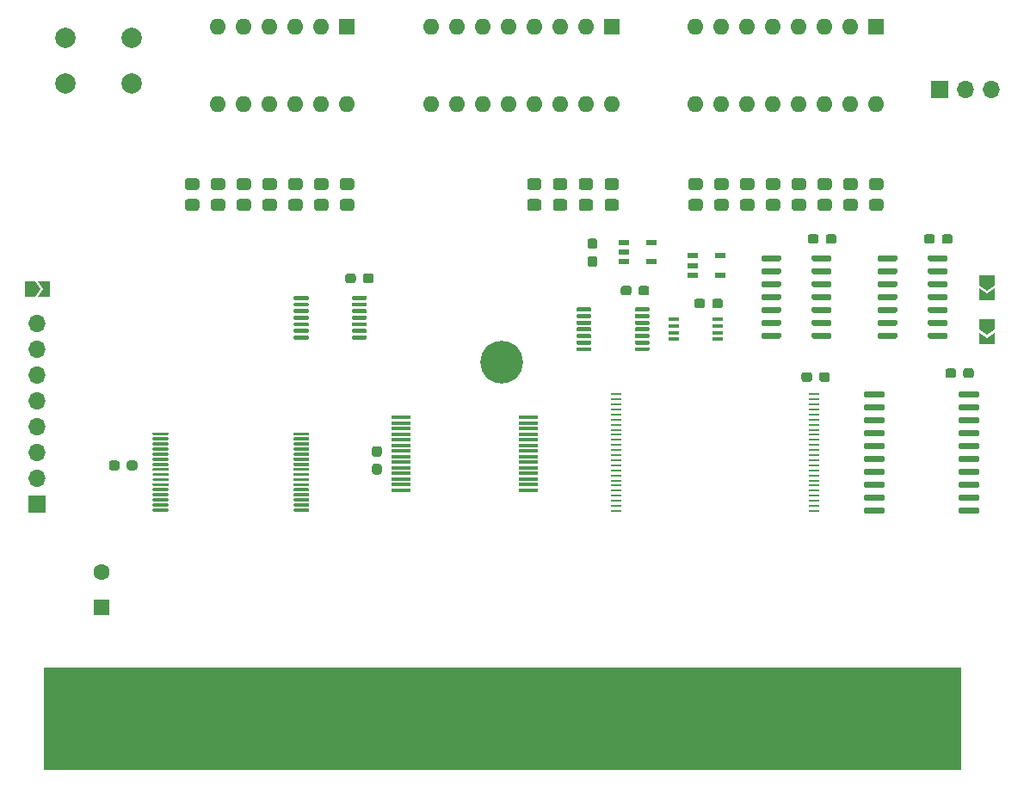
<source format=gbr>
%TF.GenerationSoftware,KiCad,Pcbnew,(5.1.10)-1*%
%TF.CreationDate,2022-08-27T22:49:55-04:00*%
%TF.ProjectId,VIC20 2587KB Memory Expander,56494332-3020-4323-9538-374b42204d65,1*%
%TF.SameCoordinates,Original*%
%TF.FileFunction,Soldermask,Top*%
%TF.FilePolarity,Negative*%
%FSLAX46Y46*%
G04 Gerber Fmt 4.6, Leading zero omitted, Abs format (unit mm)*
G04 Created by KiCad (PCBNEW (5.1.10)-1) date 2022-08-27 22:49:55*
%MOMM*%
%LPD*%
G01*
G04 APERTURE LIST*
%ADD10C,0.100000*%
%ADD11R,2.250000X9.500000*%
%ADD12C,4.200000*%
%ADD13O,1.600000X1.600000*%
%ADD14R,1.600000X1.600000*%
%ADD15C,1.600000*%
%ADD16R,1.100000X0.250000*%
%ADD17R,1.700000X1.700000*%
%ADD18O,1.700000X1.700000*%
%ADD19R,1.000000X0.500000*%
%ADD20R,1.100000X0.400000*%
%ADD21R,1.870000X0.380000*%
%ADD22C,2.000000*%
G04 APERTURE END LIST*
D10*
%TO.C,X1*%
G36*
X95235000Y-121285000D02*
G01*
X185435000Y-121285000D01*
X185435000Y-111335000D01*
X95235000Y-111335000D01*
X95235000Y-121285000D01*
G37*
X95235000Y-121285000D02*
X185435000Y-121285000D01*
X185435000Y-111335000D01*
X95235000Y-111335000D01*
X95235000Y-121285000D01*
%TD*%
D11*
%TO.C,X1*%
X173995000Y-116035000D03*
X110635000Y-116035000D03*
X102715000Y-116035000D03*
X150235000Y-116035000D03*
X122515000Y-116035000D03*
X126475000Y-116035000D03*
X130435000Y-116035000D03*
X106675000Y-116035000D03*
X177955000Y-116035000D03*
X166075000Y-116035000D03*
X146275000Y-116035000D03*
X142315000Y-116035000D03*
X158155000Y-116035000D03*
X170035000Y-116035000D03*
X162115000Y-116035000D03*
X138355000Y-116035000D03*
X134395000Y-116035000D03*
X118555000Y-116035000D03*
X154195000Y-116035000D03*
X114595000Y-116035000D03*
D12*
X140335000Y-81285000D03*
%TD*%
D13*
%TO.C,SW2*%
X177165000Y-55880000D03*
X159385000Y-48260000D03*
X174625000Y-55880000D03*
X161925000Y-48260000D03*
X172085000Y-55880000D03*
X164465000Y-48260000D03*
X169545000Y-55880000D03*
X167005000Y-48260000D03*
X167005000Y-55880000D03*
X169545000Y-48260000D03*
X164465000Y-55880000D03*
X172085000Y-48260000D03*
X161925000Y-55880000D03*
X174625000Y-48260000D03*
X159385000Y-55880000D03*
D14*
X177165000Y-48260000D03*
%TD*%
%TO.C,C1*%
X100965000Y-105410000D03*
D15*
X100965000Y-101910000D03*
%TD*%
%TO.C,C2*%
G36*
G01*
X102710500Y-91202500D02*
X102710500Y-91677500D01*
G75*
G02*
X102473000Y-91915000I-237500J0D01*
G01*
X101898000Y-91915000D01*
G75*
G02*
X101660500Y-91677500I0J237500D01*
G01*
X101660500Y-91202500D01*
G75*
G02*
X101898000Y-90965000I237500J0D01*
G01*
X102473000Y-90965000D01*
G75*
G02*
X102710500Y-91202500I0J-237500D01*
G01*
G37*
G36*
G01*
X104460500Y-91202500D02*
X104460500Y-91677500D01*
G75*
G02*
X104223000Y-91915000I-237500J0D01*
G01*
X103648000Y-91915000D01*
G75*
G02*
X103410500Y-91677500I0J237500D01*
G01*
X103410500Y-91202500D01*
G75*
G02*
X103648000Y-90965000I237500J0D01*
G01*
X104223000Y-90965000D01*
G75*
G02*
X104460500Y-91202500I0J-237500D01*
G01*
G37*
%TD*%
%TO.C,C3*%
G36*
G01*
X128253500Y-92332000D02*
X127778500Y-92332000D01*
G75*
G02*
X127541000Y-92094500I0J237500D01*
G01*
X127541000Y-91519500D01*
G75*
G02*
X127778500Y-91282000I237500J0D01*
G01*
X128253500Y-91282000D01*
G75*
G02*
X128491000Y-91519500I0J-237500D01*
G01*
X128491000Y-92094500D01*
G75*
G02*
X128253500Y-92332000I-237500J0D01*
G01*
G37*
G36*
G01*
X128253500Y-90582000D02*
X127778500Y-90582000D01*
G75*
G02*
X127541000Y-90344500I0J237500D01*
G01*
X127541000Y-89769500D01*
G75*
G02*
X127778500Y-89532000I237500J0D01*
G01*
X128253500Y-89532000D01*
G75*
G02*
X128491000Y-89769500I0J-237500D01*
G01*
X128491000Y-90344500D01*
G75*
G02*
X128253500Y-90582000I-237500J0D01*
G01*
G37*
%TD*%
%TO.C,C4*%
G36*
G01*
X169796000Y-82978000D02*
X169796000Y-82503000D01*
G75*
G02*
X170033500Y-82265500I237500J0D01*
G01*
X170608500Y-82265500D01*
G75*
G02*
X170846000Y-82503000I0J-237500D01*
G01*
X170846000Y-82978000D01*
G75*
G02*
X170608500Y-83215500I-237500J0D01*
G01*
X170033500Y-83215500D01*
G75*
G02*
X169796000Y-82978000I0J237500D01*
G01*
G37*
G36*
G01*
X171546000Y-82978000D02*
X171546000Y-82503000D01*
G75*
G02*
X171783500Y-82265500I237500J0D01*
G01*
X172358500Y-82265500D01*
G75*
G02*
X172596000Y-82503000I0J-237500D01*
G01*
X172596000Y-82978000D01*
G75*
G02*
X172358500Y-83215500I-237500J0D01*
G01*
X171783500Y-83215500D01*
G75*
G02*
X171546000Y-82978000I0J237500D01*
G01*
G37*
%TD*%
%TO.C,C5*%
G36*
G01*
X153766000Y-74469000D02*
X153766000Y-73994000D01*
G75*
G02*
X154003500Y-73756500I237500J0D01*
G01*
X154578500Y-73756500D01*
G75*
G02*
X154816000Y-73994000I0J-237500D01*
G01*
X154816000Y-74469000D01*
G75*
G02*
X154578500Y-74706500I-237500J0D01*
G01*
X154003500Y-74706500D01*
G75*
G02*
X153766000Y-74469000I0J237500D01*
G01*
G37*
G36*
G01*
X152016000Y-74469000D02*
X152016000Y-73994000D01*
G75*
G02*
X152253500Y-73756500I237500J0D01*
G01*
X152828500Y-73756500D01*
G75*
G02*
X153066000Y-73994000I0J-237500D01*
G01*
X153066000Y-74469000D01*
G75*
G02*
X152828500Y-74706500I-237500J0D01*
G01*
X152253500Y-74706500D01*
G75*
G02*
X152016000Y-74469000I0J237500D01*
G01*
G37*
%TD*%
%TO.C,C6*%
G36*
G01*
X171481000Y-68914000D02*
X171481000Y-69389000D01*
G75*
G02*
X171243500Y-69626500I-237500J0D01*
G01*
X170668500Y-69626500D01*
G75*
G02*
X170431000Y-69389000I0J237500D01*
G01*
X170431000Y-68914000D01*
G75*
G02*
X170668500Y-68676500I237500J0D01*
G01*
X171243500Y-68676500D01*
G75*
G02*
X171481000Y-68914000I0J-237500D01*
G01*
G37*
G36*
G01*
X173231000Y-68914000D02*
X173231000Y-69389000D01*
G75*
G02*
X172993500Y-69626500I-237500J0D01*
G01*
X172418500Y-69626500D01*
G75*
G02*
X172181000Y-69389000I0J237500D01*
G01*
X172181000Y-68914000D01*
G75*
G02*
X172418500Y-68676500I237500J0D01*
G01*
X172993500Y-68676500D01*
G75*
G02*
X173231000Y-68914000I0J-237500D01*
G01*
G37*
%TD*%
%TO.C,C7*%
G36*
G01*
X181861000Y-69389000D02*
X181861000Y-68914000D01*
G75*
G02*
X182098500Y-68676500I237500J0D01*
G01*
X182673500Y-68676500D01*
G75*
G02*
X182911000Y-68914000I0J-237500D01*
G01*
X182911000Y-69389000D01*
G75*
G02*
X182673500Y-69626500I-237500J0D01*
G01*
X182098500Y-69626500D01*
G75*
G02*
X181861000Y-69389000I0J237500D01*
G01*
G37*
G36*
G01*
X183611000Y-69389000D02*
X183611000Y-68914000D01*
G75*
G02*
X183848500Y-68676500I237500J0D01*
G01*
X184423500Y-68676500D01*
G75*
G02*
X184661000Y-68914000I0J-237500D01*
G01*
X184661000Y-69389000D01*
G75*
G02*
X184423500Y-69626500I-237500J0D01*
G01*
X183848500Y-69626500D01*
G75*
G02*
X183611000Y-69389000I0J237500D01*
G01*
G37*
%TD*%
%TO.C,C8*%
G36*
G01*
X127701500Y-72787500D02*
X127701500Y-73262500D01*
G75*
G02*
X127464000Y-73500000I-237500J0D01*
G01*
X126889000Y-73500000D01*
G75*
G02*
X126651500Y-73262500I0J237500D01*
G01*
X126651500Y-72787500D01*
G75*
G02*
X126889000Y-72550000I237500J0D01*
G01*
X127464000Y-72550000D01*
G75*
G02*
X127701500Y-72787500I0J-237500D01*
G01*
G37*
G36*
G01*
X125951500Y-72787500D02*
X125951500Y-73262500D01*
G75*
G02*
X125714000Y-73500000I-237500J0D01*
G01*
X125139000Y-73500000D01*
G75*
G02*
X124901500Y-73262500I0J237500D01*
G01*
X124901500Y-72787500D01*
G75*
G02*
X125139000Y-72550000I237500J0D01*
G01*
X125714000Y-72550000D01*
G75*
G02*
X125951500Y-72787500I0J-237500D01*
G01*
G37*
%TD*%
%TO.C,C9*%
G36*
G01*
X149462500Y-70135000D02*
X148987500Y-70135000D01*
G75*
G02*
X148750000Y-69897500I0J237500D01*
G01*
X148750000Y-69322500D01*
G75*
G02*
X148987500Y-69085000I237500J0D01*
G01*
X149462500Y-69085000D01*
G75*
G02*
X149700000Y-69322500I0J-237500D01*
G01*
X149700000Y-69897500D01*
G75*
G02*
X149462500Y-70135000I-237500J0D01*
G01*
G37*
G36*
G01*
X149462500Y-71885000D02*
X148987500Y-71885000D01*
G75*
G02*
X148750000Y-71647500I0J237500D01*
G01*
X148750000Y-71072500D01*
G75*
G02*
X148987500Y-70835000I237500J0D01*
G01*
X149462500Y-70835000D01*
G75*
G02*
X149700000Y-71072500I0J-237500D01*
G01*
X149700000Y-71647500D01*
G75*
G02*
X149462500Y-71885000I-237500J0D01*
G01*
G37*
%TD*%
%TO.C,C10*%
G36*
G01*
X160305000Y-75264000D02*
X160305000Y-75739000D01*
G75*
G02*
X160067500Y-75976500I-237500J0D01*
G01*
X159492500Y-75976500D01*
G75*
G02*
X159255000Y-75739000I0J237500D01*
G01*
X159255000Y-75264000D01*
G75*
G02*
X159492500Y-75026500I237500J0D01*
G01*
X160067500Y-75026500D01*
G75*
G02*
X160305000Y-75264000I0J-237500D01*
G01*
G37*
G36*
G01*
X162055000Y-75264000D02*
X162055000Y-75739000D01*
G75*
G02*
X161817500Y-75976500I-237500J0D01*
G01*
X161242500Y-75976500D01*
G75*
G02*
X161005000Y-75739000I0J237500D01*
G01*
X161005000Y-75264000D01*
G75*
G02*
X161242500Y-75026500I237500J0D01*
G01*
X161817500Y-75026500D01*
G75*
G02*
X162055000Y-75264000I0J-237500D01*
G01*
G37*
%TD*%
%TO.C,C11*%
G36*
G01*
X183956500Y-82597000D02*
X183956500Y-82122000D01*
G75*
G02*
X184194000Y-81884500I237500J0D01*
G01*
X184769000Y-81884500D01*
G75*
G02*
X185006500Y-82122000I0J-237500D01*
G01*
X185006500Y-82597000D01*
G75*
G02*
X184769000Y-82834500I-237500J0D01*
G01*
X184194000Y-82834500D01*
G75*
G02*
X183956500Y-82597000I0J237500D01*
G01*
G37*
G36*
G01*
X185706500Y-82597000D02*
X185706500Y-82122000D01*
G75*
G02*
X185944000Y-81884500I237500J0D01*
G01*
X186519000Y-81884500D01*
G75*
G02*
X186756500Y-82122000I0J-237500D01*
G01*
X186756500Y-82597000D01*
G75*
G02*
X186519000Y-82834500I-237500J0D01*
G01*
X185944000Y-82834500D01*
G75*
G02*
X185706500Y-82597000I0J237500D01*
G01*
G37*
%TD*%
%TO.C,IC1*%
G36*
G01*
X105965000Y-88400000D02*
X105965000Y-88250000D01*
G75*
G02*
X106040000Y-88175000I75000J0D01*
G01*
X107440000Y-88175000D01*
G75*
G02*
X107515000Y-88250000I0J-75000D01*
G01*
X107515000Y-88400000D01*
G75*
G02*
X107440000Y-88475000I-75000J0D01*
G01*
X106040000Y-88475000D01*
G75*
G02*
X105965000Y-88400000I0J75000D01*
G01*
G37*
G36*
G01*
X105965000Y-88900000D02*
X105965000Y-88750000D01*
G75*
G02*
X106040000Y-88675000I75000J0D01*
G01*
X107440000Y-88675000D01*
G75*
G02*
X107515000Y-88750000I0J-75000D01*
G01*
X107515000Y-88900000D01*
G75*
G02*
X107440000Y-88975000I-75000J0D01*
G01*
X106040000Y-88975000D01*
G75*
G02*
X105965000Y-88900000I0J75000D01*
G01*
G37*
G36*
G01*
X105965000Y-89400000D02*
X105965000Y-89250000D01*
G75*
G02*
X106040000Y-89175000I75000J0D01*
G01*
X107440000Y-89175000D01*
G75*
G02*
X107515000Y-89250000I0J-75000D01*
G01*
X107515000Y-89400000D01*
G75*
G02*
X107440000Y-89475000I-75000J0D01*
G01*
X106040000Y-89475000D01*
G75*
G02*
X105965000Y-89400000I0J75000D01*
G01*
G37*
G36*
G01*
X105965000Y-89900000D02*
X105965000Y-89750000D01*
G75*
G02*
X106040000Y-89675000I75000J0D01*
G01*
X107440000Y-89675000D01*
G75*
G02*
X107515000Y-89750000I0J-75000D01*
G01*
X107515000Y-89900000D01*
G75*
G02*
X107440000Y-89975000I-75000J0D01*
G01*
X106040000Y-89975000D01*
G75*
G02*
X105965000Y-89900000I0J75000D01*
G01*
G37*
G36*
G01*
X105965000Y-90400000D02*
X105965000Y-90250000D01*
G75*
G02*
X106040000Y-90175000I75000J0D01*
G01*
X107440000Y-90175000D01*
G75*
G02*
X107515000Y-90250000I0J-75000D01*
G01*
X107515000Y-90400000D01*
G75*
G02*
X107440000Y-90475000I-75000J0D01*
G01*
X106040000Y-90475000D01*
G75*
G02*
X105965000Y-90400000I0J75000D01*
G01*
G37*
G36*
G01*
X105965000Y-90900000D02*
X105965000Y-90750000D01*
G75*
G02*
X106040000Y-90675000I75000J0D01*
G01*
X107440000Y-90675000D01*
G75*
G02*
X107515000Y-90750000I0J-75000D01*
G01*
X107515000Y-90900000D01*
G75*
G02*
X107440000Y-90975000I-75000J0D01*
G01*
X106040000Y-90975000D01*
G75*
G02*
X105965000Y-90900000I0J75000D01*
G01*
G37*
G36*
G01*
X105965000Y-91400000D02*
X105965000Y-91250000D01*
G75*
G02*
X106040000Y-91175000I75000J0D01*
G01*
X107440000Y-91175000D01*
G75*
G02*
X107515000Y-91250000I0J-75000D01*
G01*
X107515000Y-91400000D01*
G75*
G02*
X107440000Y-91475000I-75000J0D01*
G01*
X106040000Y-91475000D01*
G75*
G02*
X105965000Y-91400000I0J75000D01*
G01*
G37*
G36*
G01*
X105965000Y-91900000D02*
X105965000Y-91750000D01*
G75*
G02*
X106040000Y-91675000I75000J0D01*
G01*
X107440000Y-91675000D01*
G75*
G02*
X107515000Y-91750000I0J-75000D01*
G01*
X107515000Y-91900000D01*
G75*
G02*
X107440000Y-91975000I-75000J0D01*
G01*
X106040000Y-91975000D01*
G75*
G02*
X105965000Y-91900000I0J75000D01*
G01*
G37*
G36*
G01*
X105965000Y-92400000D02*
X105965000Y-92250000D01*
G75*
G02*
X106040000Y-92175000I75000J0D01*
G01*
X107440000Y-92175000D01*
G75*
G02*
X107515000Y-92250000I0J-75000D01*
G01*
X107515000Y-92400000D01*
G75*
G02*
X107440000Y-92475000I-75000J0D01*
G01*
X106040000Y-92475000D01*
G75*
G02*
X105965000Y-92400000I0J75000D01*
G01*
G37*
G36*
G01*
X105965000Y-92900000D02*
X105965000Y-92750000D01*
G75*
G02*
X106040000Y-92675000I75000J0D01*
G01*
X107440000Y-92675000D01*
G75*
G02*
X107515000Y-92750000I0J-75000D01*
G01*
X107515000Y-92900000D01*
G75*
G02*
X107440000Y-92975000I-75000J0D01*
G01*
X106040000Y-92975000D01*
G75*
G02*
X105965000Y-92900000I0J75000D01*
G01*
G37*
G36*
G01*
X105965000Y-93400000D02*
X105965000Y-93250000D01*
G75*
G02*
X106040000Y-93175000I75000J0D01*
G01*
X107440000Y-93175000D01*
G75*
G02*
X107515000Y-93250000I0J-75000D01*
G01*
X107515000Y-93400000D01*
G75*
G02*
X107440000Y-93475000I-75000J0D01*
G01*
X106040000Y-93475000D01*
G75*
G02*
X105965000Y-93400000I0J75000D01*
G01*
G37*
G36*
G01*
X105965000Y-93900000D02*
X105965000Y-93750000D01*
G75*
G02*
X106040000Y-93675000I75000J0D01*
G01*
X107440000Y-93675000D01*
G75*
G02*
X107515000Y-93750000I0J-75000D01*
G01*
X107515000Y-93900000D01*
G75*
G02*
X107440000Y-93975000I-75000J0D01*
G01*
X106040000Y-93975000D01*
G75*
G02*
X105965000Y-93900000I0J75000D01*
G01*
G37*
G36*
G01*
X105965000Y-94400000D02*
X105965000Y-94250000D01*
G75*
G02*
X106040000Y-94175000I75000J0D01*
G01*
X107440000Y-94175000D01*
G75*
G02*
X107515000Y-94250000I0J-75000D01*
G01*
X107515000Y-94400000D01*
G75*
G02*
X107440000Y-94475000I-75000J0D01*
G01*
X106040000Y-94475000D01*
G75*
G02*
X105965000Y-94400000I0J75000D01*
G01*
G37*
G36*
G01*
X105965000Y-94900000D02*
X105965000Y-94750000D01*
G75*
G02*
X106040000Y-94675000I75000J0D01*
G01*
X107440000Y-94675000D01*
G75*
G02*
X107515000Y-94750000I0J-75000D01*
G01*
X107515000Y-94900000D01*
G75*
G02*
X107440000Y-94975000I-75000J0D01*
G01*
X106040000Y-94975000D01*
G75*
G02*
X105965000Y-94900000I0J75000D01*
G01*
G37*
G36*
G01*
X105965000Y-95400000D02*
X105965000Y-95250000D01*
G75*
G02*
X106040000Y-95175000I75000J0D01*
G01*
X107440000Y-95175000D01*
G75*
G02*
X107515000Y-95250000I0J-75000D01*
G01*
X107515000Y-95400000D01*
G75*
G02*
X107440000Y-95475000I-75000J0D01*
G01*
X106040000Y-95475000D01*
G75*
G02*
X105965000Y-95400000I0J75000D01*
G01*
G37*
G36*
G01*
X105965000Y-95900000D02*
X105965000Y-95750000D01*
G75*
G02*
X106040000Y-95675000I75000J0D01*
G01*
X107440000Y-95675000D01*
G75*
G02*
X107515000Y-95750000I0J-75000D01*
G01*
X107515000Y-95900000D01*
G75*
G02*
X107440000Y-95975000I-75000J0D01*
G01*
X106040000Y-95975000D01*
G75*
G02*
X105965000Y-95900000I0J75000D01*
G01*
G37*
G36*
G01*
X119815000Y-95900000D02*
X119815000Y-95750000D01*
G75*
G02*
X119890000Y-95675000I75000J0D01*
G01*
X121290000Y-95675000D01*
G75*
G02*
X121365000Y-95750000I0J-75000D01*
G01*
X121365000Y-95900000D01*
G75*
G02*
X121290000Y-95975000I-75000J0D01*
G01*
X119890000Y-95975000D01*
G75*
G02*
X119815000Y-95900000I0J75000D01*
G01*
G37*
G36*
G01*
X119815000Y-95400000D02*
X119815000Y-95250000D01*
G75*
G02*
X119890000Y-95175000I75000J0D01*
G01*
X121290000Y-95175000D01*
G75*
G02*
X121365000Y-95250000I0J-75000D01*
G01*
X121365000Y-95400000D01*
G75*
G02*
X121290000Y-95475000I-75000J0D01*
G01*
X119890000Y-95475000D01*
G75*
G02*
X119815000Y-95400000I0J75000D01*
G01*
G37*
G36*
G01*
X119815000Y-94900000D02*
X119815000Y-94750000D01*
G75*
G02*
X119890000Y-94675000I75000J0D01*
G01*
X121290000Y-94675000D01*
G75*
G02*
X121365000Y-94750000I0J-75000D01*
G01*
X121365000Y-94900000D01*
G75*
G02*
X121290000Y-94975000I-75000J0D01*
G01*
X119890000Y-94975000D01*
G75*
G02*
X119815000Y-94900000I0J75000D01*
G01*
G37*
G36*
G01*
X119815000Y-94400000D02*
X119815000Y-94250000D01*
G75*
G02*
X119890000Y-94175000I75000J0D01*
G01*
X121290000Y-94175000D01*
G75*
G02*
X121365000Y-94250000I0J-75000D01*
G01*
X121365000Y-94400000D01*
G75*
G02*
X121290000Y-94475000I-75000J0D01*
G01*
X119890000Y-94475000D01*
G75*
G02*
X119815000Y-94400000I0J75000D01*
G01*
G37*
G36*
G01*
X119815000Y-93900000D02*
X119815000Y-93750000D01*
G75*
G02*
X119890000Y-93675000I75000J0D01*
G01*
X121290000Y-93675000D01*
G75*
G02*
X121365000Y-93750000I0J-75000D01*
G01*
X121365000Y-93900000D01*
G75*
G02*
X121290000Y-93975000I-75000J0D01*
G01*
X119890000Y-93975000D01*
G75*
G02*
X119815000Y-93900000I0J75000D01*
G01*
G37*
G36*
G01*
X119815000Y-93400000D02*
X119815000Y-93250000D01*
G75*
G02*
X119890000Y-93175000I75000J0D01*
G01*
X121290000Y-93175000D01*
G75*
G02*
X121365000Y-93250000I0J-75000D01*
G01*
X121365000Y-93400000D01*
G75*
G02*
X121290000Y-93475000I-75000J0D01*
G01*
X119890000Y-93475000D01*
G75*
G02*
X119815000Y-93400000I0J75000D01*
G01*
G37*
G36*
G01*
X119815000Y-92900000D02*
X119815000Y-92750000D01*
G75*
G02*
X119890000Y-92675000I75000J0D01*
G01*
X121290000Y-92675000D01*
G75*
G02*
X121365000Y-92750000I0J-75000D01*
G01*
X121365000Y-92900000D01*
G75*
G02*
X121290000Y-92975000I-75000J0D01*
G01*
X119890000Y-92975000D01*
G75*
G02*
X119815000Y-92900000I0J75000D01*
G01*
G37*
G36*
G01*
X119815000Y-92400000D02*
X119815000Y-92250000D01*
G75*
G02*
X119890000Y-92175000I75000J0D01*
G01*
X121290000Y-92175000D01*
G75*
G02*
X121365000Y-92250000I0J-75000D01*
G01*
X121365000Y-92400000D01*
G75*
G02*
X121290000Y-92475000I-75000J0D01*
G01*
X119890000Y-92475000D01*
G75*
G02*
X119815000Y-92400000I0J75000D01*
G01*
G37*
G36*
G01*
X119815000Y-91900000D02*
X119815000Y-91750000D01*
G75*
G02*
X119890000Y-91675000I75000J0D01*
G01*
X121290000Y-91675000D01*
G75*
G02*
X121365000Y-91750000I0J-75000D01*
G01*
X121365000Y-91900000D01*
G75*
G02*
X121290000Y-91975000I-75000J0D01*
G01*
X119890000Y-91975000D01*
G75*
G02*
X119815000Y-91900000I0J75000D01*
G01*
G37*
G36*
G01*
X119815000Y-91400000D02*
X119815000Y-91250000D01*
G75*
G02*
X119890000Y-91175000I75000J0D01*
G01*
X121290000Y-91175000D01*
G75*
G02*
X121365000Y-91250000I0J-75000D01*
G01*
X121365000Y-91400000D01*
G75*
G02*
X121290000Y-91475000I-75000J0D01*
G01*
X119890000Y-91475000D01*
G75*
G02*
X119815000Y-91400000I0J75000D01*
G01*
G37*
G36*
G01*
X119815000Y-90900000D02*
X119815000Y-90750000D01*
G75*
G02*
X119890000Y-90675000I75000J0D01*
G01*
X121290000Y-90675000D01*
G75*
G02*
X121365000Y-90750000I0J-75000D01*
G01*
X121365000Y-90900000D01*
G75*
G02*
X121290000Y-90975000I-75000J0D01*
G01*
X119890000Y-90975000D01*
G75*
G02*
X119815000Y-90900000I0J75000D01*
G01*
G37*
G36*
G01*
X119815000Y-90400000D02*
X119815000Y-90250000D01*
G75*
G02*
X119890000Y-90175000I75000J0D01*
G01*
X121290000Y-90175000D01*
G75*
G02*
X121365000Y-90250000I0J-75000D01*
G01*
X121365000Y-90400000D01*
G75*
G02*
X121290000Y-90475000I-75000J0D01*
G01*
X119890000Y-90475000D01*
G75*
G02*
X119815000Y-90400000I0J75000D01*
G01*
G37*
G36*
G01*
X119815000Y-89900000D02*
X119815000Y-89750000D01*
G75*
G02*
X119890000Y-89675000I75000J0D01*
G01*
X121290000Y-89675000D01*
G75*
G02*
X121365000Y-89750000I0J-75000D01*
G01*
X121365000Y-89900000D01*
G75*
G02*
X121290000Y-89975000I-75000J0D01*
G01*
X119890000Y-89975000D01*
G75*
G02*
X119815000Y-89900000I0J75000D01*
G01*
G37*
G36*
G01*
X119815000Y-89400000D02*
X119815000Y-89250000D01*
G75*
G02*
X119890000Y-89175000I75000J0D01*
G01*
X121290000Y-89175000D01*
G75*
G02*
X121365000Y-89250000I0J-75000D01*
G01*
X121365000Y-89400000D01*
G75*
G02*
X121290000Y-89475000I-75000J0D01*
G01*
X119890000Y-89475000D01*
G75*
G02*
X119815000Y-89400000I0J75000D01*
G01*
G37*
G36*
G01*
X119815000Y-88900000D02*
X119815000Y-88750000D01*
G75*
G02*
X119890000Y-88675000I75000J0D01*
G01*
X121290000Y-88675000D01*
G75*
G02*
X121365000Y-88750000I0J-75000D01*
G01*
X121365000Y-88900000D01*
G75*
G02*
X121290000Y-88975000I-75000J0D01*
G01*
X119890000Y-88975000D01*
G75*
G02*
X119815000Y-88900000I0J75000D01*
G01*
G37*
G36*
G01*
X119815000Y-88400000D02*
X119815000Y-88250000D01*
G75*
G02*
X119890000Y-88175000I75000J0D01*
G01*
X121290000Y-88175000D01*
G75*
G02*
X121365000Y-88250000I0J-75000D01*
G01*
X121365000Y-88400000D01*
G75*
G02*
X121290000Y-88475000I-75000J0D01*
G01*
X119890000Y-88475000D01*
G75*
G02*
X119815000Y-88400000I0J75000D01*
G01*
G37*
%TD*%
D16*
%TO.C,IC3*%
X151540000Y-84420000D03*
X171040000Y-95920000D03*
X151540000Y-84920000D03*
X151540000Y-85420000D03*
X151540000Y-85920000D03*
X151540000Y-86420000D03*
X151540000Y-86920000D03*
X151540000Y-87420000D03*
X151540000Y-87920000D03*
X151540000Y-88420000D03*
X151540000Y-88920000D03*
X151540000Y-89420000D03*
X151540000Y-89920000D03*
X151540000Y-90420000D03*
X151540000Y-90920000D03*
X151540000Y-91420000D03*
X151540000Y-91920000D03*
X151540000Y-92420000D03*
X151540000Y-92920000D03*
X151540000Y-93420000D03*
X151540000Y-93920000D03*
X151540000Y-94420000D03*
X151540000Y-94920000D03*
X151540000Y-95420000D03*
X151540000Y-95920000D03*
X171040000Y-95420000D03*
X171040000Y-94920000D03*
X171040000Y-94420000D03*
X171040000Y-93920000D03*
X171040000Y-93420000D03*
X171040000Y-92920000D03*
X171040000Y-92420000D03*
X171040000Y-91920000D03*
X171040000Y-91420000D03*
X171040000Y-90920000D03*
X171040000Y-90420000D03*
X171040000Y-89920000D03*
X171040000Y-89420000D03*
X171040000Y-88920000D03*
X171040000Y-88420000D03*
X171040000Y-87920000D03*
X171040000Y-87420000D03*
X171040000Y-86920000D03*
X171040000Y-86420000D03*
X171040000Y-85920000D03*
X171040000Y-85420000D03*
X171040000Y-84920000D03*
X171040000Y-84420000D03*
%TD*%
D17*
%TO.C,J1*%
X94615000Y-95250000D03*
D18*
X94615000Y-92710000D03*
X94615000Y-90170000D03*
X94615000Y-87630000D03*
X94615000Y-85090000D03*
X94615000Y-82550000D03*
X94615000Y-80010000D03*
X94615000Y-77470000D03*
%TD*%
D17*
%TO.C,JP1*%
X183388000Y-54419500D03*
D18*
X185928000Y-54419500D03*
X188468000Y-54419500D03*
%TD*%
%TO.C,R1*%
G36*
G01*
X176714999Y-63170000D02*
X177615001Y-63170000D01*
G75*
G02*
X177865000Y-63419999I0J-249999D01*
G01*
X177865000Y-64070001D01*
G75*
G02*
X177615001Y-64320000I-249999J0D01*
G01*
X176714999Y-64320000D01*
G75*
G02*
X176465000Y-64070001I0J249999D01*
G01*
X176465000Y-63419999D01*
G75*
G02*
X176714999Y-63170000I249999J0D01*
G01*
G37*
G36*
G01*
X176714999Y-65220000D02*
X177615001Y-65220000D01*
G75*
G02*
X177865000Y-65469999I0J-249999D01*
G01*
X177865000Y-66120001D01*
G75*
G02*
X177615001Y-66370000I-249999J0D01*
G01*
X176714999Y-66370000D01*
G75*
G02*
X176465000Y-66120001I0J249999D01*
G01*
X176465000Y-65469999D01*
G75*
G02*
X176714999Y-65220000I249999J0D01*
G01*
G37*
%TD*%
%TO.C,R2*%
G36*
G01*
X174174999Y-65220000D02*
X175075001Y-65220000D01*
G75*
G02*
X175325000Y-65469999I0J-249999D01*
G01*
X175325000Y-66120001D01*
G75*
G02*
X175075001Y-66370000I-249999J0D01*
G01*
X174174999Y-66370000D01*
G75*
G02*
X173925000Y-66120001I0J249999D01*
G01*
X173925000Y-65469999D01*
G75*
G02*
X174174999Y-65220000I249999J0D01*
G01*
G37*
G36*
G01*
X174174999Y-63170000D02*
X175075001Y-63170000D01*
G75*
G02*
X175325000Y-63419999I0J-249999D01*
G01*
X175325000Y-64070001D01*
G75*
G02*
X175075001Y-64320000I-249999J0D01*
G01*
X174174999Y-64320000D01*
G75*
G02*
X173925000Y-64070001I0J249999D01*
G01*
X173925000Y-63419999D01*
G75*
G02*
X174174999Y-63170000I249999J0D01*
G01*
G37*
%TD*%
%TO.C,R3*%
G36*
G01*
X171634999Y-63170000D02*
X172535001Y-63170000D01*
G75*
G02*
X172785000Y-63419999I0J-249999D01*
G01*
X172785000Y-64070001D01*
G75*
G02*
X172535001Y-64320000I-249999J0D01*
G01*
X171634999Y-64320000D01*
G75*
G02*
X171385000Y-64070001I0J249999D01*
G01*
X171385000Y-63419999D01*
G75*
G02*
X171634999Y-63170000I249999J0D01*
G01*
G37*
G36*
G01*
X171634999Y-65220000D02*
X172535001Y-65220000D01*
G75*
G02*
X172785000Y-65469999I0J-249999D01*
G01*
X172785000Y-66120001D01*
G75*
G02*
X172535001Y-66370000I-249999J0D01*
G01*
X171634999Y-66370000D01*
G75*
G02*
X171385000Y-66120001I0J249999D01*
G01*
X171385000Y-65469999D01*
G75*
G02*
X171634999Y-65220000I249999J0D01*
G01*
G37*
%TD*%
%TO.C,R4*%
G36*
G01*
X169094999Y-65220000D02*
X169995001Y-65220000D01*
G75*
G02*
X170245000Y-65469999I0J-249999D01*
G01*
X170245000Y-66120001D01*
G75*
G02*
X169995001Y-66370000I-249999J0D01*
G01*
X169094999Y-66370000D01*
G75*
G02*
X168845000Y-66120001I0J249999D01*
G01*
X168845000Y-65469999D01*
G75*
G02*
X169094999Y-65220000I249999J0D01*
G01*
G37*
G36*
G01*
X169094999Y-63170000D02*
X169995001Y-63170000D01*
G75*
G02*
X170245000Y-63419999I0J-249999D01*
G01*
X170245000Y-64070001D01*
G75*
G02*
X169995001Y-64320000I-249999J0D01*
G01*
X169094999Y-64320000D01*
G75*
G02*
X168845000Y-64070001I0J249999D01*
G01*
X168845000Y-63419999D01*
G75*
G02*
X169094999Y-63170000I249999J0D01*
G01*
G37*
%TD*%
%TO.C,R5*%
G36*
G01*
X124644999Y-63170000D02*
X125545001Y-63170000D01*
G75*
G02*
X125795000Y-63419999I0J-249999D01*
G01*
X125795000Y-64070001D01*
G75*
G02*
X125545001Y-64320000I-249999J0D01*
G01*
X124644999Y-64320000D01*
G75*
G02*
X124395000Y-64070001I0J249999D01*
G01*
X124395000Y-63419999D01*
G75*
G02*
X124644999Y-63170000I249999J0D01*
G01*
G37*
G36*
G01*
X124644999Y-65220000D02*
X125545001Y-65220000D01*
G75*
G02*
X125795000Y-65469999I0J-249999D01*
G01*
X125795000Y-66120001D01*
G75*
G02*
X125545001Y-66370000I-249999J0D01*
G01*
X124644999Y-66370000D01*
G75*
G02*
X124395000Y-66120001I0J249999D01*
G01*
X124395000Y-65469999D01*
G75*
G02*
X124644999Y-65220000I249999J0D01*
G01*
G37*
%TD*%
%TO.C,R6*%
G36*
G01*
X122104999Y-65220000D02*
X123005001Y-65220000D01*
G75*
G02*
X123255000Y-65469999I0J-249999D01*
G01*
X123255000Y-66120001D01*
G75*
G02*
X123005001Y-66370000I-249999J0D01*
G01*
X122104999Y-66370000D01*
G75*
G02*
X121855000Y-66120001I0J249999D01*
G01*
X121855000Y-65469999D01*
G75*
G02*
X122104999Y-65220000I249999J0D01*
G01*
G37*
G36*
G01*
X122104999Y-63170000D02*
X123005001Y-63170000D01*
G75*
G02*
X123255000Y-63419999I0J-249999D01*
G01*
X123255000Y-64070001D01*
G75*
G02*
X123005001Y-64320000I-249999J0D01*
G01*
X122104999Y-64320000D01*
G75*
G02*
X121855000Y-64070001I0J249999D01*
G01*
X121855000Y-63419999D01*
G75*
G02*
X122104999Y-63170000I249999J0D01*
G01*
G37*
%TD*%
%TO.C,R7*%
G36*
G01*
X119564999Y-63170000D02*
X120465001Y-63170000D01*
G75*
G02*
X120715000Y-63419999I0J-249999D01*
G01*
X120715000Y-64070001D01*
G75*
G02*
X120465001Y-64320000I-249999J0D01*
G01*
X119564999Y-64320000D01*
G75*
G02*
X119315000Y-64070001I0J249999D01*
G01*
X119315000Y-63419999D01*
G75*
G02*
X119564999Y-63170000I249999J0D01*
G01*
G37*
G36*
G01*
X119564999Y-65220000D02*
X120465001Y-65220000D01*
G75*
G02*
X120715000Y-65469999I0J-249999D01*
G01*
X120715000Y-66120001D01*
G75*
G02*
X120465001Y-66370000I-249999J0D01*
G01*
X119564999Y-66370000D01*
G75*
G02*
X119315000Y-66120001I0J249999D01*
G01*
X119315000Y-65469999D01*
G75*
G02*
X119564999Y-65220000I249999J0D01*
G01*
G37*
%TD*%
%TO.C,R8*%
G36*
G01*
X117024999Y-63170000D02*
X117925001Y-63170000D01*
G75*
G02*
X118175000Y-63419999I0J-249999D01*
G01*
X118175000Y-64070001D01*
G75*
G02*
X117925001Y-64320000I-249999J0D01*
G01*
X117024999Y-64320000D01*
G75*
G02*
X116775000Y-64070001I0J249999D01*
G01*
X116775000Y-63419999D01*
G75*
G02*
X117024999Y-63170000I249999J0D01*
G01*
G37*
G36*
G01*
X117024999Y-65220000D02*
X117925001Y-65220000D01*
G75*
G02*
X118175000Y-65469999I0J-249999D01*
G01*
X118175000Y-66120001D01*
G75*
G02*
X117925001Y-66370000I-249999J0D01*
G01*
X117024999Y-66370000D01*
G75*
G02*
X116775000Y-66120001I0J249999D01*
G01*
X116775000Y-65469999D01*
G75*
G02*
X117024999Y-65220000I249999J0D01*
G01*
G37*
%TD*%
%TO.C,R9*%
G36*
G01*
X114484999Y-65220000D02*
X115385001Y-65220000D01*
G75*
G02*
X115635000Y-65469999I0J-249999D01*
G01*
X115635000Y-66120001D01*
G75*
G02*
X115385001Y-66370000I-249999J0D01*
G01*
X114484999Y-66370000D01*
G75*
G02*
X114235000Y-66120001I0J249999D01*
G01*
X114235000Y-65469999D01*
G75*
G02*
X114484999Y-65220000I249999J0D01*
G01*
G37*
G36*
G01*
X114484999Y-63170000D02*
X115385001Y-63170000D01*
G75*
G02*
X115635000Y-63419999I0J-249999D01*
G01*
X115635000Y-64070001D01*
G75*
G02*
X115385001Y-64320000I-249999J0D01*
G01*
X114484999Y-64320000D01*
G75*
G02*
X114235000Y-64070001I0J249999D01*
G01*
X114235000Y-63419999D01*
G75*
G02*
X114484999Y-63170000I249999J0D01*
G01*
G37*
%TD*%
%TO.C,R10*%
G36*
G01*
X111944999Y-63170000D02*
X112845001Y-63170000D01*
G75*
G02*
X113095000Y-63419999I0J-249999D01*
G01*
X113095000Y-64070001D01*
G75*
G02*
X112845001Y-64320000I-249999J0D01*
G01*
X111944999Y-64320000D01*
G75*
G02*
X111695000Y-64070001I0J249999D01*
G01*
X111695000Y-63419999D01*
G75*
G02*
X111944999Y-63170000I249999J0D01*
G01*
G37*
G36*
G01*
X111944999Y-65220000D02*
X112845001Y-65220000D01*
G75*
G02*
X113095000Y-65469999I0J-249999D01*
G01*
X113095000Y-66120001D01*
G75*
G02*
X112845001Y-66370000I-249999J0D01*
G01*
X111944999Y-66370000D01*
G75*
G02*
X111695000Y-66120001I0J249999D01*
G01*
X111695000Y-65469999D01*
G75*
G02*
X111944999Y-65220000I249999J0D01*
G01*
G37*
%TD*%
%TO.C,R11*%
G36*
G01*
X109404999Y-65220000D02*
X110305001Y-65220000D01*
G75*
G02*
X110555000Y-65469999I0J-249999D01*
G01*
X110555000Y-66120001D01*
G75*
G02*
X110305001Y-66370000I-249999J0D01*
G01*
X109404999Y-66370000D01*
G75*
G02*
X109155000Y-66120001I0J249999D01*
G01*
X109155000Y-65469999D01*
G75*
G02*
X109404999Y-65220000I249999J0D01*
G01*
G37*
G36*
G01*
X109404999Y-63170000D02*
X110305001Y-63170000D01*
G75*
G02*
X110555000Y-63419999I0J-249999D01*
G01*
X110555000Y-64070001D01*
G75*
G02*
X110305001Y-64320000I-249999J0D01*
G01*
X109404999Y-64320000D01*
G75*
G02*
X109155000Y-64070001I0J249999D01*
G01*
X109155000Y-63419999D01*
G75*
G02*
X109404999Y-63170000I249999J0D01*
G01*
G37*
%TD*%
%TO.C,R12*%
G36*
G01*
X145599999Y-65220000D02*
X146500001Y-65220000D01*
G75*
G02*
X146750000Y-65469999I0J-249999D01*
G01*
X146750000Y-66120001D01*
G75*
G02*
X146500001Y-66370000I-249999J0D01*
G01*
X145599999Y-66370000D01*
G75*
G02*
X145350000Y-66120001I0J249999D01*
G01*
X145350000Y-65469999D01*
G75*
G02*
X145599999Y-65220000I249999J0D01*
G01*
G37*
G36*
G01*
X145599999Y-63170000D02*
X146500001Y-63170000D01*
G75*
G02*
X146750000Y-63419999I0J-249999D01*
G01*
X146750000Y-64070001D01*
G75*
G02*
X146500001Y-64320000I-249999J0D01*
G01*
X145599999Y-64320000D01*
G75*
G02*
X145350000Y-64070001I0J249999D01*
G01*
X145350000Y-63419999D01*
G75*
G02*
X145599999Y-63170000I249999J0D01*
G01*
G37*
%TD*%
%TO.C,R13*%
G36*
G01*
X150679999Y-65220000D02*
X151580001Y-65220000D01*
G75*
G02*
X151830000Y-65469999I0J-249999D01*
G01*
X151830000Y-66120001D01*
G75*
G02*
X151580001Y-66370000I-249999J0D01*
G01*
X150679999Y-66370000D01*
G75*
G02*
X150430000Y-66120001I0J249999D01*
G01*
X150430000Y-65469999D01*
G75*
G02*
X150679999Y-65220000I249999J0D01*
G01*
G37*
G36*
G01*
X150679999Y-63170000D02*
X151580001Y-63170000D01*
G75*
G02*
X151830000Y-63419999I0J-249999D01*
G01*
X151830000Y-64070001D01*
G75*
G02*
X151580001Y-64320000I-249999J0D01*
G01*
X150679999Y-64320000D01*
G75*
G02*
X150430000Y-64070001I0J249999D01*
G01*
X150430000Y-63419999D01*
G75*
G02*
X150679999Y-63170000I249999J0D01*
G01*
G37*
%TD*%
%TO.C,R14*%
G36*
G01*
X148139999Y-63170000D02*
X149040001Y-63170000D01*
G75*
G02*
X149290000Y-63419999I0J-249999D01*
G01*
X149290000Y-64070001D01*
G75*
G02*
X149040001Y-64320000I-249999J0D01*
G01*
X148139999Y-64320000D01*
G75*
G02*
X147890000Y-64070001I0J249999D01*
G01*
X147890000Y-63419999D01*
G75*
G02*
X148139999Y-63170000I249999J0D01*
G01*
G37*
G36*
G01*
X148139999Y-65220000D02*
X149040001Y-65220000D01*
G75*
G02*
X149290000Y-65469999I0J-249999D01*
G01*
X149290000Y-66120001D01*
G75*
G02*
X149040001Y-66370000I-249999J0D01*
G01*
X148139999Y-66370000D01*
G75*
G02*
X147890000Y-66120001I0J249999D01*
G01*
X147890000Y-65469999D01*
G75*
G02*
X148139999Y-65220000I249999J0D01*
G01*
G37*
%TD*%
%TO.C,R15*%
G36*
G01*
X143059999Y-63170000D02*
X143960001Y-63170000D01*
G75*
G02*
X144210000Y-63419999I0J-249999D01*
G01*
X144210000Y-64070001D01*
G75*
G02*
X143960001Y-64320000I-249999J0D01*
G01*
X143059999Y-64320000D01*
G75*
G02*
X142810000Y-64070001I0J249999D01*
G01*
X142810000Y-63419999D01*
G75*
G02*
X143059999Y-63170000I249999J0D01*
G01*
G37*
G36*
G01*
X143059999Y-65220000D02*
X143960001Y-65220000D01*
G75*
G02*
X144210000Y-65469999I0J-249999D01*
G01*
X144210000Y-66120001D01*
G75*
G02*
X143960001Y-66370000I-249999J0D01*
G01*
X143059999Y-66370000D01*
G75*
G02*
X142810000Y-66120001I0J249999D01*
G01*
X142810000Y-65469999D01*
G75*
G02*
X143059999Y-65220000I249999J0D01*
G01*
G37*
%TD*%
%TO.C,R16*%
G36*
G01*
X161474999Y-65220000D02*
X162375001Y-65220000D01*
G75*
G02*
X162625000Y-65469999I0J-249999D01*
G01*
X162625000Y-66120001D01*
G75*
G02*
X162375001Y-66370000I-249999J0D01*
G01*
X161474999Y-66370000D01*
G75*
G02*
X161225000Y-66120001I0J249999D01*
G01*
X161225000Y-65469999D01*
G75*
G02*
X161474999Y-65220000I249999J0D01*
G01*
G37*
G36*
G01*
X161474999Y-63170000D02*
X162375001Y-63170000D01*
G75*
G02*
X162625000Y-63419999I0J-249999D01*
G01*
X162625000Y-64070001D01*
G75*
G02*
X162375001Y-64320000I-249999J0D01*
G01*
X161474999Y-64320000D01*
G75*
G02*
X161225000Y-64070001I0J249999D01*
G01*
X161225000Y-63419999D01*
G75*
G02*
X161474999Y-63170000I249999J0D01*
G01*
G37*
%TD*%
%TO.C,R17*%
G36*
G01*
X158934999Y-63170000D02*
X159835001Y-63170000D01*
G75*
G02*
X160085000Y-63419999I0J-249999D01*
G01*
X160085000Y-64070001D01*
G75*
G02*
X159835001Y-64320000I-249999J0D01*
G01*
X158934999Y-64320000D01*
G75*
G02*
X158685000Y-64070001I0J249999D01*
G01*
X158685000Y-63419999D01*
G75*
G02*
X158934999Y-63170000I249999J0D01*
G01*
G37*
G36*
G01*
X158934999Y-65220000D02*
X159835001Y-65220000D01*
G75*
G02*
X160085000Y-65469999I0J-249999D01*
G01*
X160085000Y-66120001D01*
G75*
G02*
X159835001Y-66370000I-249999J0D01*
G01*
X158934999Y-66370000D01*
G75*
G02*
X158685000Y-66120001I0J249999D01*
G01*
X158685000Y-65469999D01*
G75*
G02*
X158934999Y-65220000I249999J0D01*
G01*
G37*
%TD*%
%TO.C,R18*%
G36*
G01*
X166554999Y-65220000D02*
X167455001Y-65220000D01*
G75*
G02*
X167705000Y-65469999I0J-249999D01*
G01*
X167705000Y-66120001D01*
G75*
G02*
X167455001Y-66370000I-249999J0D01*
G01*
X166554999Y-66370000D01*
G75*
G02*
X166305000Y-66120001I0J249999D01*
G01*
X166305000Y-65469999D01*
G75*
G02*
X166554999Y-65220000I249999J0D01*
G01*
G37*
G36*
G01*
X166554999Y-63170000D02*
X167455001Y-63170000D01*
G75*
G02*
X167705000Y-63419999I0J-249999D01*
G01*
X167705000Y-64070001D01*
G75*
G02*
X167455001Y-64320000I-249999J0D01*
G01*
X166554999Y-64320000D01*
G75*
G02*
X166305000Y-64070001I0J249999D01*
G01*
X166305000Y-63419999D01*
G75*
G02*
X166554999Y-63170000I249999J0D01*
G01*
G37*
%TD*%
%TO.C,R19*%
G36*
G01*
X164014999Y-63170000D02*
X164915001Y-63170000D01*
G75*
G02*
X165165000Y-63419999I0J-249999D01*
G01*
X165165000Y-64070001D01*
G75*
G02*
X164915001Y-64320000I-249999J0D01*
G01*
X164014999Y-64320000D01*
G75*
G02*
X163765000Y-64070001I0J249999D01*
G01*
X163765000Y-63419999D01*
G75*
G02*
X164014999Y-63170000I249999J0D01*
G01*
G37*
G36*
G01*
X164014999Y-65220000D02*
X164915001Y-65220000D01*
G75*
G02*
X165165000Y-65469999I0J-249999D01*
G01*
X165165000Y-66120001D01*
G75*
G02*
X164915001Y-66370000I-249999J0D01*
G01*
X164014999Y-66370000D01*
G75*
G02*
X163765000Y-66120001I0J249999D01*
G01*
X163765000Y-65469999D01*
G75*
G02*
X164014999Y-65220000I249999J0D01*
G01*
G37*
%TD*%
D10*
%TO.C,SJ1*%
G36*
X95840000Y-74854500D02*
G01*
X94690000Y-74854500D01*
X95190000Y-74104500D01*
X94690000Y-73354500D01*
X95840000Y-73354500D01*
X95840000Y-74854500D01*
G37*
G36*
X94890000Y-74104500D02*
G01*
X94390000Y-74854500D01*
X93390000Y-74854500D01*
X93390000Y-73354500D01*
X94390000Y-73354500D01*
X94890000Y-74104500D01*
G37*
%TD*%
D14*
%TO.C,SW3*%
X151130000Y-48260000D03*
D13*
X133350000Y-55880000D03*
X148590000Y-48260000D03*
X135890000Y-55880000D03*
X146050000Y-48260000D03*
X138430000Y-55880000D03*
X143510000Y-48260000D03*
X140970000Y-55880000D03*
X140970000Y-48260000D03*
X143510000Y-55880000D03*
X138430000Y-48260000D03*
X146050000Y-55880000D03*
X135890000Y-48260000D03*
X148590000Y-55880000D03*
X133350000Y-48260000D03*
X151130000Y-55880000D03*
%TD*%
D14*
%TO.C,SW4*%
X125095000Y-48260000D03*
D13*
X112395000Y-55880000D03*
X122555000Y-48260000D03*
X114935000Y-55880000D03*
X120015000Y-48260000D03*
X117475000Y-55880000D03*
X117475000Y-48260000D03*
X120015000Y-55880000D03*
X114935000Y-48260000D03*
X122555000Y-55880000D03*
X112395000Y-48260000D03*
X125095000Y-55880000D03*
%TD*%
%TO.C,U1*%
G36*
G01*
X147657000Y-76191500D02*
X147657000Y-75991500D01*
G75*
G02*
X147757000Y-75891500I100000J0D01*
G01*
X149032000Y-75891500D01*
G75*
G02*
X149132000Y-75991500I0J-100000D01*
G01*
X149132000Y-76191500D01*
G75*
G02*
X149032000Y-76291500I-100000J0D01*
G01*
X147757000Y-76291500D01*
G75*
G02*
X147657000Y-76191500I0J100000D01*
G01*
G37*
G36*
G01*
X147657000Y-76841500D02*
X147657000Y-76641500D01*
G75*
G02*
X147757000Y-76541500I100000J0D01*
G01*
X149032000Y-76541500D01*
G75*
G02*
X149132000Y-76641500I0J-100000D01*
G01*
X149132000Y-76841500D01*
G75*
G02*
X149032000Y-76941500I-100000J0D01*
G01*
X147757000Y-76941500D01*
G75*
G02*
X147657000Y-76841500I0J100000D01*
G01*
G37*
G36*
G01*
X147657000Y-77491500D02*
X147657000Y-77291500D01*
G75*
G02*
X147757000Y-77191500I100000J0D01*
G01*
X149032000Y-77191500D01*
G75*
G02*
X149132000Y-77291500I0J-100000D01*
G01*
X149132000Y-77491500D01*
G75*
G02*
X149032000Y-77591500I-100000J0D01*
G01*
X147757000Y-77591500D01*
G75*
G02*
X147657000Y-77491500I0J100000D01*
G01*
G37*
G36*
G01*
X147657000Y-78141500D02*
X147657000Y-77941500D01*
G75*
G02*
X147757000Y-77841500I100000J0D01*
G01*
X149032000Y-77841500D01*
G75*
G02*
X149132000Y-77941500I0J-100000D01*
G01*
X149132000Y-78141500D01*
G75*
G02*
X149032000Y-78241500I-100000J0D01*
G01*
X147757000Y-78241500D01*
G75*
G02*
X147657000Y-78141500I0J100000D01*
G01*
G37*
G36*
G01*
X147657000Y-78791500D02*
X147657000Y-78591500D01*
G75*
G02*
X147757000Y-78491500I100000J0D01*
G01*
X149032000Y-78491500D01*
G75*
G02*
X149132000Y-78591500I0J-100000D01*
G01*
X149132000Y-78791500D01*
G75*
G02*
X149032000Y-78891500I-100000J0D01*
G01*
X147757000Y-78891500D01*
G75*
G02*
X147657000Y-78791500I0J100000D01*
G01*
G37*
G36*
G01*
X147657000Y-79441500D02*
X147657000Y-79241500D01*
G75*
G02*
X147757000Y-79141500I100000J0D01*
G01*
X149032000Y-79141500D01*
G75*
G02*
X149132000Y-79241500I0J-100000D01*
G01*
X149132000Y-79441500D01*
G75*
G02*
X149032000Y-79541500I-100000J0D01*
G01*
X147757000Y-79541500D01*
G75*
G02*
X147657000Y-79441500I0J100000D01*
G01*
G37*
G36*
G01*
X147657000Y-80091500D02*
X147657000Y-79891500D01*
G75*
G02*
X147757000Y-79791500I100000J0D01*
G01*
X149032000Y-79791500D01*
G75*
G02*
X149132000Y-79891500I0J-100000D01*
G01*
X149132000Y-80091500D01*
G75*
G02*
X149032000Y-80191500I-100000J0D01*
G01*
X147757000Y-80191500D01*
G75*
G02*
X147657000Y-80091500I0J100000D01*
G01*
G37*
G36*
G01*
X153382000Y-80091500D02*
X153382000Y-79891500D01*
G75*
G02*
X153482000Y-79791500I100000J0D01*
G01*
X154757000Y-79791500D01*
G75*
G02*
X154857000Y-79891500I0J-100000D01*
G01*
X154857000Y-80091500D01*
G75*
G02*
X154757000Y-80191500I-100000J0D01*
G01*
X153482000Y-80191500D01*
G75*
G02*
X153382000Y-80091500I0J100000D01*
G01*
G37*
G36*
G01*
X153382000Y-79441500D02*
X153382000Y-79241500D01*
G75*
G02*
X153482000Y-79141500I100000J0D01*
G01*
X154757000Y-79141500D01*
G75*
G02*
X154857000Y-79241500I0J-100000D01*
G01*
X154857000Y-79441500D01*
G75*
G02*
X154757000Y-79541500I-100000J0D01*
G01*
X153482000Y-79541500D01*
G75*
G02*
X153382000Y-79441500I0J100000D01*
G01*
G37*
G36*
G01*
X153382000Y-78791500D02*
X153382000Y-78591500D01*
G75*
G02*
X153482000Y-78491500I100000J0D01*
G01*
X154757000Y-78491500D01*
G75*
G02*
X154857000Y-78591500I0J-100000D01*
G01*
X154857000Y-78791500D01*
G75*
G02*
X154757000Y-78891500I-100000J0D01*
G01*
X153482000Y-78891500D01*
G75*
G02*
X153382000Y-78791500I0J100000D01*
G01*
G37*
G36*
G01*
X153382000Y-78141500D02*
X153382000Y-77941500D01*
G75*
G02*
X153482000Y-77841500I100000J0D01*
G01*
X154757000Y-77841500D01*
G75*
G02*
X154857000Y-77941500I0J-100000D01*
G01*
X154857000Y-78141500D01*
G75*
G02*
X154757000Y-78241500I-100000J0D01*
G01*
X153482000Y-78241500D01*
G75*
G02*
X153382000Y-78141500I0J100000D01*
G01*
G37*
G36*
G01*
X153382000Y-77491500D02*
X153382000Y-77291500D01*
G75*
G02*
X153482000Y-77191500I100000J0D01*
G01*
X154757000Y-77191500D01*
G75*
G02*
X154857000Y-77291500I0J-100000D01*
G01*
X154857000Y-77491500D01*
G75*
G02*
X154757000Y-77591500I-100000J0D01*
G01*
X153482000Y-77591500D01*
G75*
G02*
X153382000Y-77491500I0J100000D01*
G01*
G37*
G36*
G01*
X153382000Y-76841500D02*
X153382000Y-76641500D01*
G75*
G02*
X153482000Y-76541500I100000J0D01*
G01*
X154757000Y-76541500D01*
G75*
G02*
X154857000Y-76641500I0J-100000D01*
G01*
X154857000Y-76841500D01*
G75*
G02*
X154757000Y-76941500I-100000J0D01*
G01*
X153482000Y-76941500D01*
G75*
G02*
X153382000Y-76841500I0J100000D01*
G01*
G37*
G36*
G01*
X153382000Y-76191500D02*
X153382000Y-75991500D01*
G75*
G02*
X153482000Y-75891500I100000J0D01*
G01*
X154757000Y-75891500D01*
G75*
G02*
X154857000Y-75991500I0J-100000D01*
G01*
X154857000Y-76191500D01*
G75*
G02*
X154757000Y-76291500I-100000J0D01*
G01*
X153482000Y-76291500D01*
G75*
G02*
X153382000Y-76191500I0J100000D01*
G01*
G37*
%TD*%
%TO.C,U2*%
G36*
G01*
X177271000Y-71206500D02*
X177271000Y-70906500D01*
G75*
G02*
X177421000Y-70756500I150000J0D01*
G01*
X179071000Y-70756500D01*
G75*
G02*
X179221000Y-70906500I0J-150000D01*
G01*
X179221000Y-71206500D01*
G75*
G02*
X179071000Y-71356500I-150000J0D01*
G01*
X177421000Y-71356500D01*
G75*
G02*
X177271000Y-71206500I0J150000D01*
G01*
G37*
G36*
G01*
X177271000Y-72476500D02*
X177271000Y-72176500D01*
G75*
G02*
X177421000Y-72026500I150000J0D01*
G01*
X179071000Y-72026500D01*
G75*
G02*
X179221000Y-72176500I0J-150000D01*
G01*
X179221000Y-72476500D01*
G75*
G02*
X179071000Y-72626500I-150000J0D01*
G01*
X177421000Y-72626500D01*
G75*
G02*
X177271000Y-72476500I0J150000D01*
G01*
G37*
G36*
G01*
X177271000Y-73746500D02*
X177271000Y-73446500D01*
G75*
G02*
X177421000Y-73296500I150000J0D01*
G01*
X179071000Y-73296500D01*
G75*
G02*
X179221000Y-73446500I0J-150000D01*
G01*
X179221000Y-73746500D01*
G75*
G02*
X179071000Y-73896500I-150000J0D01*
G01*
X177421000Y-73896500D01*
G75*
G02*
X177271000Y-73746500I0J150000D01*
G01*
G37*
G36*
G01*
X177271000Y-75016500D02*
X177271000Y-74716500D01*
G75*
G02*
X177421000Y-74566500I150000J0D01*
G01*
X179071000Y-74566500D01*
G75*
G02*
X179221000Y-74716500I0J-150000D01*
G01*
X179221000Y-75016500D01*
G75*
G02*
X179071000Y-75166500I-150000J0D01*
G01*
X177421000Y-75166500D01*
G75*
G02*
X177271000Y-75016500I0J150000D01*
G01*
G37*
G36*
G01*
X177271000Y-76286500D02*
X177271000Y-75986500D01*
G75*
G02*
X177421000Y-75836500I150000J0D01*
G01*
X179071000Y-75836500D01*
G75*
G02*
X179221000Y-75986500I0J-150000D01*
G01*
X179221000Y-76286500D01*
G75*
G02*
X179071000Y-76436500I-150000J0D01*
G01*
X177421000Y-76436500D01*
G75*
G02*
X177271000Y-76286500I0J150000D01*
G01*
G37*
G36*
G01*
X177271000Y-77556500D02*
X177271000Y-77256500D01*
G75*
G02*
X177421000Y-77106500I150000J0D01*
G01*
X179071000Y-77106500D01*
G75*
G02*
X179221000Y-77256500I0J-150000D01*
G01*
X179221000Y-77556500D01*
G75*
G02*
X179071000Y-77706500I-150000J0D01*
G01*
X177421000Y-77706500D01*
G75*
G02*
X177271000Y-77556500I0J150000D01*
G01*
G37*
G36*
G01*
X177271000Y-78826500D02*
X177271000Y-78526500D01*
G75*
G02*
X177421000Y-78376500I150000J0D01*
G01*
X179071000Y-78376500D01*
G75*
G02*
X179221000Y-78526500I0J-150000D01*
G01*
X179221000Y-78826500D01*
G75*
G02*
X179071000Y-78976500I-150000J0D01*
G01*
X177421000Y-78976500D01*
G75*
G02*
X177271000Y-78826500I0J150000D01*
G01*
G37*
G36*
G01*
X182221000Y-78826500D02*
X182221000Y-78526500D01*
G75*
G02*
X182371000Y-78376500I150000J0D01*
G01*
X184021000Y-78376500D01*
G75*
G02*
X184171000Y-78526500I0J-150000D01*
G01*
X184171000Y-78826500D01*
G75*
G02*
X184021000Y-78976500I-150000J0D01*
G01*
X182371000Y-78976500D01*
G75*
G02*
X182221000Y-78826500I0J150000D01*
G01*
G37*
G36*
G01*
X182221000Y-77556500D02*
X182221000Y-77256500D01*
G75*
G02*
X182371000Y-77106500I150000J0D01*
G01*
X184021000Y-77106500D01*
G75*
G02*
X184171000Y-77256500I0J-150000D01*
G01*
X184171000Y-77556500D01*
G75*
G02*
X184021000Y-77706500I-150000J0D01*
G01*
X182371000Y-77706500D01*
G75*
G02*
X182221000Y-77556500I0J150000D01*
G01*
G37*
G36*
G01*
X182221000Y-76286500D02*
X182221000Y-75986500D01*
G75*
G02*
X182371000Y-75836500I150000J0D01*
G01*
X184021000Y-75836500D01*
G75*
G02*
X184171000Y-75986500I0J-150000D01*
G01*
X184171000Y-76286500D01*
G75*
G02*
X184021000Y-76436500I-150000J0D01*
G01*
X182371000Y-76436500D01*
G75*
G02*
X182221000Y-76286500I0J150000D01*
G01*
G37*
G36*
G01*
X182221000Y-75016500D02*
X182221000Y-74716500D01*
G75*
G02*
X182371000Y-74566500I150000J0D01*
G01*
X184021000Y-74566500D01*
G75*
G02*
X184171000Y-74716500I0J-150000D01*
G01*
X184171000Y-75016500D01*
G75*
G02*
X184021000Y-75166500I-150000J0D01*
G01*
X182371000Y-75166500D01*
G75*
G02*
X182221000Y-75016500I0J150000D01*
G01*
G37*
G36*
G01*
X182221000Y-73746500D02*
X182221000Y-73446500D01*
G75*
G02*
X182371000Y-73296500I150000J0D01*
G01*
X184021000Y-73296500D01*
G75*
G02*
X184171000Y-73446500I0J-150000D01*
G01*
X184171000Y-73746500D01*
G75*
G02*
X184021000Y-73896500I-150000J0D01*
G01*
X182371000Y-73896500D01*
G75*
G02*
X182221000Y-73746500I0J150000D01*
G01*
G37*
G36*
G01*
X182221000Y-72476500D02*
X182221000Y-72176500D01*
G75*
G02*
X182371000Y-72026500I150000J0D01*
G01*
X184021000Y-72026500D01*
G75*
G02*
X184171000Y-72176500I0J-150000D01*
G01*
X184171000Y-72476500D01*
G75*
G02*
X184021000Y-72626500I-150000J0D01*
G01*
X182371000Y-72626500D01*
G75*
G02*
X182221000Y-72476500I0J150000D01*
G01*
G37*
G36*
G01*
X182221000Y-71206500D02*
X182221000Y-70906500D01*
G75*
G02*
X182371000Y-70756500I150000J0D01*
G01*
X184021000Y-70756500D01*
G75*
G02*
X184171000Y-70906500I0J-150000D01*
G01*
X184171000Y-71206500D01*
G75*
G02*
X184021000Y-71356500I-150000J0D01*
G01*
X182371000Y-71356500D01*
G75*
G02*
X182221000Y-71206500I0J150000D01*
G01*
G37*
%TD*%
%TO.C,U3*%
G36*
G01*
X170791000Y-71206500D02*
X170791000Y-70906500D01*
G75*
G02*
X170941000Y-70756500I150000J0D01*
G01*
X172591000Y-70756500D01*
G75*
G02*
X172741000Y-70906500I0J-150000D01*
G01*
X172741000Y-71206500D01*
G75*
G02*
X172591000Y-71356500I-150000J0D01*
G01*
X170941000Y-71356500D01*
G75*
G02*
X170791000Y-71206500I0J150000D01*
G01*
G37*
G36*
G01*
X170791000Y-72476500D02*
X170791000Y-72176500D01*
G75*
G02*
X170941000Y-72026500I150000J0D01*
G01*
X172591000Y-72026500D01*
G75*
G02*
X172741000Y-72176500I0J-150000D01*
G01*
X172741000Y-72476500D01*
G75*
G02*
X172591000Y-72626500I-150000J0D01*
G01*
X170941000Y-72626500D01*
G75*
G02*
X170791000Y-72476500I0J150000D01*
G01*
G37*
G36*
G01*
X170791000Y-73746500D02*
X170791000Y-73446500D01*
G75*
G02*
X170941000Y-73296500I150000J0D01*
G01*
X172591000Y-73296500D01*
G75*
G02*
X172741000Y-73446500I0J-150000D01*
G01*
X172741000Y-73746500D01*
G75*
G02*
X172591000Y-73896500I-150000J0D01*
G01*
X170941000Y-73896500D01*
G75*
G02*
X170791000Y-73746500I0J150000D01*
G01*
G37*
G36*
G01*
X170791000Y-75016500D02*
X170791000Y-74716500D01*
G75*
G02*
X170941000Y-74566500I150000J0D01*
G01*
X172591000Y-74566500D01*
G75*
G02*
X172741000Y-74716500I0J-150000D01*
G01*
X172741000Y-75016500D01*
G75*
G02*
X172591000Y-75166500I-150000J0D01*
G01*
X170941000Y-75166500D01*
G75*
G02*
X170791000Y-75016500I0J150000D01*
G01*
G37*
G36*
G01*
X170791000Y-76286500D02*
X170791000Y-75986500D01*
G75*
G02*
X170941000Y-75836500I150000J0D01*
G01*
X172591000Y-75836500D01*
G75*
G02*
X172741000Y-75986500I0J-150000D01*
G01*
X172741000Y-76286500D01*
G75*
G02*
X172591000Y-76436500I-150000J0D01*
G01*
X170941000Y-76436500D01*
G75*
G02*
X170791000Y-76286500I0J150000D01*
G01*
G37*
G36*
G01*
X170791000Y-77556500D02*
X170791000Y-77256500D01*
G75*
G02*
X170941000Y-77106500I150000J0D01*
G01*
X172591000Y-77106500D01*
G75*
G02*
X172741000Y-77256500I0J-150000D01*
G01*
X172741000Y-77556500D01*
G75*
G02*
X172591000Y-77706500I-150000J0D01*
G01*
X170941000Y-77706500D01*
G75*
G02*
X170791000Y-77556500I0J150000D01*
G01*
G37*
G36*
G01*
X170791000Y-78826500D02*
X170791000Y-78526500D01*
G75*
G02*
X170941000Y-78376500I150000J0D01*
G01*
X172591000Y-78376500D01*
G75*
G02*
X172741000Y-78526500I0J-150000D01*
G01*
X172741000Y-78826500D01*
G75*
G02*
X172591000Y-78976500I-150000J0D01*
G01*
X170941000Y-78976500D01*
G75*
G02*
X170791000Y-78826500I0J150000D01*
G01*
G37*
G36*
G01*
X165841000Y-78826500D02*
X165841000Y-78526500D01*
G75*
G02*
X165991000Y-78376500I150000J0D01*
G01*
X167641000Y-78376500D01*
G75*
G02*
X167791000Y-78526500I0J-150000D01*
G01*
X167791000Y-78826500D01*
G75*
G02*
X167641000Y-78976500I-150000J0D01*
G01*
X165991000Y-78976500D01*
G75*
G02*
X165841000Y-78826500I0J150000D01*
G01*
G37*
G36*
G01*
X165841000Y-77556500D02*
X165841000Y-77256500D01*
G75*
G02*
X165991000Y-77106500I150000J0D01*
G01*
X167641000Y-77106500D01*
G75*
G02*
X167791000Y-77256500I0J-150000D01*
G01*
X167791000Y-77556500D01*
G75*
G02*
X167641000Y-77706500I-150000J0D01*
G01*
X165991000Y-77706500D01*
G75*
G02*
X165841000Y-77556500I0J150000D01*
G01*
G37*
G36*
G01*
X165841000Y-76286500D02*
X165841000Y-75986500D01*
G75*
G02*
X165991000Y-75836500I150000J0D01*
G01*
X167641000Y-75836500D01*
G75*
G02*
X167791000Y-75986500I0J-150000D01*
G01*
X167791000Y-76286500D01*
G75*
G02*
X167641000Y-76436500I-150000J0D01*
G01*
X165991000Y-76436500D01*
G75*
G02*
X165841000Y-76286500I0J150000D01*
G01*
G37*
G36*
G01*
X165841000Y-75016500D02*
X165841000Y-74716500D01*
G75*
G02*
X165991000Y-74566500I150000J0D01*
G01*
X167641000Y-74566500D01*
G75*
G02*
X167791000Y-74716500I0J-150000D01*
G01*
X167791000Y-75016500D01*
G75*
G02*
X167641000Y-75166500I-150000J0D01*
G01*
X165991000Y-75166500D01*
G75*
G02*
X165841000Y-75016500I0J150000D01*
G01*
G37*
G36*
G01*
X165841000Y-73746500D02*
X165841000Y-73446500D01*
G75*
G02*
X165991000Y-73296500I150000J0D01*
G01*
X167641000Y-73296500D01*
G75*
G02*
X167791000Y-73446500I0J-150000D01*
G01*
X167791000Y-73746500D01*
G75*
G02*
X167641000Y-73896500I-150000J0D01*
G01*
X165991000Y-73896500D01*
G75*
G02*
X165841000Y-73746500I0J150000D01*
G01*
G37*
G36*
G01*
X165841000Y-72476500D02*
X165841000Y-72176500D01*
G75*
G02*
X165991000Y-72026500I150000J0D01*
G01*
X167641000Y-72026500D01*
G75*
G02*
X167791000Y-72176500I0J-150000D01*
G01*
X167791000Y-72476500D01*
G75*
G02*
X167641000Y-72626500I-150000J0D01*
G01*
X165991000Y-72626500D01*
G75*
G02*
X165841000Y-72476500I0J150000D01*
G01*
G37*
G36*
G01*
X165841000Y-71206500D02*
X165841000Y-70906500D01*
G75*
G02*
X165991000Y-70756500I150000J0D01*
G01*
X167641000Y-70756500D01*
G75*
G02*
X167791000Y-70906500I0J-150000D01*
G01*
X167791000Y-71206500D01*
G75*
G02*
X167641000Y-71356500I-150000J0D01*
G01*
X165991000Y-71356500D01*
G75*
G02*
X165841000Y-71206500I0J150000D01*
G01*
G37*
%TD*%
%TO.C,U4*%
G36*
G01*
X125569000Y-75048500D02*
X125569000Y-74848500D01*
G75*
G02*
X125669000Y-74748500I100000J0D01*
G01*
X126944000Y-74748500D01*
G75*
G02*
X127044000Y-74848500I0J-100000D01*
G01*
X127044000Y-75048500D01*
G75*
G02*
X126944000Y-75148500I-100000J0D01*
G01*
X125669000Y-75148500D01*
G75*
G02*
X125569000Y-75048500I0J100000D01*
G01*
G37*
G36*
G01*
X125569000Y-75698500D02*
X125569000Y-75498500D01*
G75*
G02*
X125669000Y-75398500I100000J0D01*
G01*
X126944000Y-75398500D01*
G75*
G02*
X127044000Y-75498500I0J-100000D01*
G01*
X127044000Y-75698500D01*
G75*
G02*
X126944000Y-75798500I-100000J0D01*
G01*
X125669000Y-75798500D01*
G75*
G02*
X125569000Y-75698500I0J100000D01*
G01*
G37*
G36*
G01*
X125569000Y-76348500D02*
X125569000Y-76148500D01*
G75*
G02*
X125669000Y-76048500I100000J0D01*
G01*
X126944000Y-76048500D01*
G75*
G02*
X127044000Y-76148500I0J-100000D01*
G01*
X127044000Y-76348500D01*
G75*
G02*
X126944000Y-76448500I-100000J0D01*
G01*
X125669000Y-76448500D01*
G75*
G02*
X125569000Y-76348500I0J100000D01*
G01*
G37*
G36*
G01*
X125569000Y-76998500D02*
X125569000Y-76798500D01*
G75*
G02*
X125669000Y-76698500I100000J0D01*
G01*
X126944000Y-76698500D01*
G75*
G02*
X127044000Y-76798500I0J-100000D01*
G01*
X127044000Y-76998500D01*
G75*
G02*
X126944000Y-77098500I-100000J0D01*
G01*
X125669000Y-77098500D01*
G75*
G02*
X125569000Y-76998500I0J100000D01*
G01*
G37*
G36*
G01*
X125569000Y-77648500D02*
X125569000Y-77448500D01*
G75*
G02*
X125669000Y-77348500I100000J0D01*
G01*
X126944000Y-77348500D01*
G75*
G02*
X127044000Y-77448500I0J-100000D01*
G01*
X127044000Y-77648500D01*
G75*
G02*
X126944000Y-77748500I-100000J0D01*
G01*
X125669000Y-77748500D01*
G75*
G02*
X125569000Y-77648500I0J100000D01*
G01*
G37*
G36*
G01*
X125569000Y-78298500D02*
X125569000Y-78098500D01*
G75*
G02*
X125669000Y-77998500I100000J0D01*
G01*
X126944000Y-77998500D01*
G75*
G02*
X127044000Y-78098500I0J-100000D01*
G01*
X127044000Y-78298500D01*
G75*
G02*
X126944000Y-78398500I-100000J0D01*
G01*
X125669000Y-78398500D01*
G75*
G02*
X125569000Y-78298500I0J100000D01*
G01*
G37*
G36*
G01*
X125569000Y-78948500D02*
X125569000Y-78748500D01*
G75*
G02*
X125669000Y-78648500I100000J0D01*
G01*
X126944000Y-78648500D01*
G75*
G02*
X127044000Y-78748500I0J-100000D01*
G01*
X127044000Y-78948500D01*
G75*
G02*
X126944000Y-79048500I-100000J0D01*
G01*
X125669000Y-79048500D01*
G75*
G02*
X125569000Y-78948500I0J100000D01*
G01*
G37*
G36*
G01*
X119844000Y-78948500D02*
X119844000Y-78748500D01*
G75*
G02*
X119944000Y-78648500I100000J0D01*
G01*
X121219000Y-78648500D01*
G75*
G02*
X121319000Y-78748500I0J-100000D01*
G01*
X121319000Y-78948500D01*
G75*
G02*
X121219000Y-79048500I-100000J0D01*
G01*
X119944000Y-79048500D01*
G75*
G02*
X119844000Y-78948500I0J100000D01*
G01*
G37*
G36*
G01*
X119844000Y-78298500D02*
X119844000Y-78098500D01*
G75*
G02*
X119944000Y-77998500I100000J0D01*
G01*
X121219000Y-77998500D01*
G75*
G02*
X121319000Y-78098500I0J-100000D01*
G01*
X121319000Y-78298500D01*
G75*
G02*
X121219000Y-78398500I-100000J0D01*
G01*
X119944000Y-78398500D01*
G75*
G02*
X119844000Y-78298500I0J100000D01*
G01*
G37*
G36*
G01*
X119844000Y-77648500D02*
X119844000Y-77448500D01*
G75*
G02*
X119944000Y-77348500I100000J0D01*
G01*
X121219000Y-77348500D01*
G75*
G02*
X121319000Y-77448500I0J-100000D01*
G01*
X121319000Y-77648500D01*
G75*
G02*
X121219000Y-77748500I-100000J0D01*
G01*
X119944000Y-77748500D01*
G75*
G02*
X119844000Y-77648500I0J100000D01*
G01*
G37*
G36*
G01*
X119844000Y-76998500D02*
X119844000Y-76798500D01*
G75*
G02*
X119944000Y-76698500I100000J0D01*
G01*
X121219000Y-76698500D01*
G75*
G02*
X121319000Y-76798500I0J-100000D01*
G01*
X121319000Y-76998500D01*
G75*
G02*
X121219000Y-77098500I-100000J0D01*
G01*
X119944000Y-77098500D01*
G75*
G02*
X119844000Y-76998500I0J100000D01*
G01*
G37*
G36*
G01*
X119844000Y-76348500D02*
X119844000Y-76148500D01*
G75*
G02*
X119944000Y-76048500I100000J0D01*
G01*
X121219000Y-76048500D01*
G75*
G02*
X121319000Y-76148500I0J-100000D01*
G01*
X121319000Y-76348500D01*
G75*
G02*
X121219000Y-76448500I-100000J0D01*
G01*
X119944000Y-76448500D01*
G75*
G02*
X119844000Y-76348500I0J100000D01*
G01*
G37*
G36*
G01*
X119844000Y-75698500D02*
X119844000Y-75498500D01*
G75*
G02*
X119944000Y-75398500I100000J0D01*
G01*
X121219000Y-75398500D01*
G75*
G02*
X121319000Y-75498500I0J-100000D01*
G01*
X121319000Y-75698500D01*
G75*
G02*
X121219000Y-75798500I-100000J0D01*
G01*
X119944000Y-75798500D01*
G75*
G02*
X119844000Y-75698500I0J100000D01*
G01*
G37*
G36*
G01*
X119844000Y-75048500D02*
X119844000Y-74848500D01*
G75*
G02*
X119944000Y-74748500I100000J0D01*
G01*
X121219000Y-74748500D01*
G75*
G02*
X121319000Y-74848500I0J-100000D01*
G01*
X121319000Y-75048500D01*
G75*
G02*
X121219000Y-75148500I-100000J0D01*
G01*
X119944000Y-75148500D01*
G75*
G02*
X119844000Y-75048500I0J100000D01*
G01*
G37*
%TD*%
D19*
%TO.C,U5*%
X159131000Y-70802500D03*
X159131000Y-72707500D03*
X159131000Y-71755000D03*
X161798000Y-72707500D03*
X161798000Y-70802500D03*
%TD*%
%TO.C,U6*%
X155003500Y-69469000D03*
X155003500Y-71374000D03*
X152336500Y-70421500D03*
X152336500Y-71374000D03*
X152336500Y-69469000D03*
%TD*%
%TO.C,U7*%
G36*
G01*
X175935000Y-84605000D02*
X175935000Y-84305000D01*
G75*
G02*
X176085000Y-84155000I150000J0D01*
G01*
X177835000Y-84155000D01*
G75*
G02*
X177985000Y-84305000I0J-150000D01*
G01*
X177985000Y-84605000D01*
G75*
G02*
X177835000Y-84755000I-150000J0D01*
G01*
X176085000Y-84755000D01*
G75*
G02*
X175935000Y-84605000I0J150000D01*
G01*
G37*
G36*
G01*
X175935000Y-85875000D02*
X175935000Y-85575000D01*
G75*
G02*
X176085000Y-85425000I150000J0D01*
G01*
X177835000Y-85425000D01*
G75*
G02*
X177985000Y-85575000I0J-150000D01*
G01*
X177985000Y-85875000D01*
G75*
G02*
X177835000Y-86025000I-150000J0D01*
G01*
X176085000Y-86025000D01*
G75*
G02*
X175935000Y-85875000I0J150000D01*
G01*
G37*
G36*
G01*
X175935000Y-87145000D02*
X175935000Y-86845000D01*
G75*
G02*
X176085000Y-86695000I150000J0D01*
G01*
X177835000Y-86695000D01*
G75*
G02*
X177985000Y-86845000I0J-150000D01*
G01*
X177985000Y-87145000D01*
G75*
G02*
X177835000Y-87295000I-150000J0D01*
G01*
X176085000Y-87295000D01*
G75*
G02*
X175935000Y-87145000I0J150000D01*
G01*
G37*
G36*
G01*
X175935000Y-88415000D02*
X175935000Y-88115000D01*
G75*
G02*
X176085000Y-87965000I150000J0D01*
G01*
X177835000Y-87965000D01*
G75*
G02*
X177985000Y-88115000I0J-150000D01*
G01*
X177985000Y-88415000D01*
G75*
G02*
X177835000Y-88565000I-150000J0D01*
G01*
X176085000Y-88565000D01*
G75*
G02*
X175935000Y-88415000I0J150000D01*
G01*
G37*
G36*
G01*
X175935000Y-89685000D02*
X175935000Y-89385000D01*
G75*
G02*
X176085000Y-89235000I150000J0D01*
G01*
X177835000Y-89235000D01*
G75*
G02*
X177985000Y-89385000I0J-150000D01*
G01*
X177985000Y-89685000D01*
G75*
G02*
X177835000Y-89835000I-150000J0D01*
G01*
X176085000Y-89835000D01*
G75*
G02*
X175935000Y-89685000I0J150000D01*
G01*
G37*
G36*
G01*
X175935000Y-90955000D02*
X175935000Y-90655000D01*
G75*
G02*
X176085000Y-90505000I150000J0D01*
G01*
X177835000Y-90505000D01*
G75*
G02*
X177985000Y-90655000I0J-150000D01*
G01*
X177985000Y-90955000D01*
G75*
G02*
X177835000Y-91105000I-150000J0D01*
G01*
X176085000Y-91105000D01*
G75*
G02*
X175935000Y-90955000I0J150000D01*
G01*
G37*
G36*
G01*
X175935000Y-92225000D02*
X175935000Y-91925000D01*
G75*
G02*
X176085000Y-91775000I150000J0D01*
G01*
X177835000Y-91775000D01*
G75*
G02*
X177985000Y-91925000I0J-150000D01*
G01*
X177985000Y-92225000D01*
G75*
G02*
X177835000Y-92375000I-150000J0D01*
G01*
X176085000Y-92375000D01*
G75*
G02*
X175935000Y-92225000I0J150000D01*
G01*
G37*
G36*
G01*
X175935000Y-93495000D02*
X175935000Y-93195000D01*
G75*
G02*
X176085000Y-93045000I150000J0D01*
G01*
X177835000Y-93045000D01*
G75*
G02*
X177985000Y-93195000I0J-150000D01*
G01*
X177985000Y-93495000D01*
G75*
G02*
X177835000Y-93645000I-150000J0D01*
G01*
X176085000Y-93645000D01*
G75*
G02*
X175935000Y-93495000I0J150000D01*
G01*
G37*
G36*
G01*
X175935000Y-94765000D02*
X175935000Y-94465000D01*
G75*
G02*
X176085000Y-94315000I150000J0D01*
G01*
X177835000Y-94315000D01*
G75*
G02*
X177985000Y-94465000I0J-150000D01*
G01*
X177985000Y-94765000D01*
G75*
G02*
X177835000Y-94915000I-150000J0D01*
G01*
X176085000Y-94915000D01*
G75*
G02*
X175935000Y-94765000I0J150000D01*
G01*
G37*
G36*
G01*
X175935000Y-96035000D02*
X175935000Y-95735000D01*
G75*
G02*
X176085000Y-95585000I150000J0D01*
G01*
X177835000Y-95585000D01*
G75*
G02*
X177985000Y-95735000I0J-150000D01*
G01*
X177985000Y-96035000D01*
G75*
G02*
X177835000Y-96185000I-150000J0D01*
G01*
X176085000Y-96185000D01*
G75*
G02*
X175935000Y-96035000I0J150000D01*
G01*
G37*
G36*
G01*
X185235000Y-96035000D02*
X185235000Y-95735000D01*
G75*
G02*
X185385000Y-95585000I150000J0D01*
G01*
X187135000Y-95585000D01*
G75*
G02*
X187285000Y-95735000I0J-150000D01*
G01*
X187285000Y-96035000D01*
G75*
G02*
X187135000Y-96185000I-150000J0D01*
G01*
X185385000Y-96185000D01*
G75*
G02*
X185235000Y-96035000I0J150000D01*
G01*
G37*
G36*
G01*
X185235000Y-94765000D02*
X185235000Y-94465000D01*
G75*
G02*
X185385000Y-94315000I150000J0D01*
G01*
X187135000Y-94315000D01*
G75*
G02*
X187285000Y-94465000I0J-150000D01*
G01*
X187285000Y-94765000D01*
G75*
G02*
X187135000Y-94915000I-150000J0D01*
G01*
X185385000Y-94915000D01*
G75*
G02*
X185235000Y-94765000I0J150000D01*
G01*
G37*
G36*
G01*
X185235000Y-93495000D02*
X185235000Y-93195000D01*
G75*
G02*
X185385000Y-93045000I150000J0D01*
G01*
X187135000Y-93045000D01*
G75*
G02*
X187285000Y-93195000I0J-150000D01*
G01*
X187285000Y-93495000D01*
G75*
G02*
X187135000Y-93645000I-150000J0D01*
G01*
X185385000Y-93645000D01*
G75*
G02*
X185235000Y-93495000I0J150000D01*
G01*
G37*
G36*
G01*
X185235000Y-92225000D02*
X185235000Y-91925000D01*
G75*
G02*
X185385000Y-91775000I150000J0D01*
G01*
X187135000Y-91775000D01*
G75*
G02*
X187285000Y-91925000I0J-150000D01*
G01*
X187285000Y-92225000D01*
G75*
G02*
X187135000Y-92375000I-150000J0D01*
G01*
X185385000Y-92375000D01*
G75*
G02*
X185235000Y-92225000I0J150000D01*
G01*
G37*
G36*
G01*
X185235000Y-90955000D02*
X185235000Y-90655000D01*
G75*
G02*
X185385000Y-90505000I150000J0D01*
G01*
X187135000Y-90505000D01*
G75*
G02*
X187285000Y-90655000I0J-150000D01*
G01*
X187285000Y-90955000D01*
G75*
G02*
X187135000Y-91105000I-150000J0D01*
G01*
X185385000Y-91105000D01*
G75*
G02*
X185235000Y-90955000I0J150000D01*
G01*
G37*
G36*
G01*
X185235000Y-89685000D02*
X185235000Y-89385000D01*
G75*
G02*
X185385000Y-89235000I150000J0D01*
G01*
X187135000Y-89235000D01*
G75*
G02*
X187285000Y-89385000I0J-150000D01*
G01*
X187285000Y-89685000D01*
G75*
G02*
X187135000Y-89835000I-150000J0D01*
G01*
X185385000Y-89835000D01*
G75*
G02*
X185235000Y-89685000I0J150000D01*
G01*
G37*
G36*
G01*
X185235000Y-88415000D02*
X185235000Y-88115000D01*
G75*
G02*
X185385000Y-87965000I150000J0D01*
G01*
X187135000Y-87965000D01*
G75*
G02*
X187285000Y-88115000I0J-150000D01*
G01*
X187285000Y-88415000D01*
G75*
G02*
X187135000Y-88565000I-150000J0D01*
G01*
X185385000Y-88565000D01*
G75*
G02*
X185235000Y-88415000I0J150000D01*
G01*
G37*
G36*
G01*
X185235000Y-87145000D02*
X185235000Y-86845000D01*
G75*
G02*
X185385000Y-86695000I150000J0D01*
G01*
X187135000Y-86695000D01*
G75*
G02*
X187285000Y-86845000I0J-150000D01*
G01*
X187285000Y-87145000D01*
G75*
G02*
X187135000Y-87295000I-150000J0D01*
G01*
X185385000Y-87295000D01*
G75*
G02*
X185235000Y-87145000I0J150000D01*
G01*
G37*
G36*
G01*
X185235000Y-85875000D02*
X185235000Y-85575000D01*
G75*
G02*
X185385000Y-85425000I150000J0D01*
G01*
X187135000Y-85425000D01*
G75*
G02*
X187285000Y-85575000I0J-150000D01*
G01*
X187285000Y-85875000D01*
G75*
G02*
X187135000Y-86025000I-150000J0D01*
G01*
X185385000Y-86025000D01*
G75*
G02*
X185235000Y-85875000I0J150000D01*
G01*
G37*
G36*
G01*
X185235000Y-84605000D02*
X185235000Y-84305000D01*
G75*
G02*
X185385000Y-84155000I150000J0D01*
G01*
X187135000Y-84155000D01*
G75*
G02*
X187285000Y-84305000I0J-150000D01*
G01*
X187285000Y-84605000D01*
G75*
G02*
X187135000Y-84755000I-150000J0D01*
G01*
X185385000Y-84755000D01*
G75*
G02*
X185235000Y-84605000I0J150000D01*
G01*
G37*
%TD*%
D20*
%TO.C,U8*%
X157235000Y-77066500D03*
X157235000Y-77716500D03*
X157235000Y-78366500D03*
X157235000Y-79016500D03*
X161535000Y-79016500D03*
X161535000Y-78366500D03*
X161535000Y-77716500D03*
X161535000Y-77066500D03*
%TD*%
D10*
%TO.C,SJ2*%
G36*
X187331999Y-75163001D02*
G01*
X187331999Y-74013001D01*
X188081999Y-74513001D01*
X188831999Y-74013001D01*
X188831999Y-75163001D01*
X187331999Y-75163001D01*
G37*
G36*
X188081999Y-74213001D02*
G01*
X187331999Y-73713001D01*
X187331999Y-72713001D01*
X188831999Y-72713001D01*
X188831999Y-73713001D01*
X188081999Y-74213001D01*
G37*
%TD*%
%TO.C,SJ3*%
G36*
X188081999Y-78563001D02*
G01*
X187331999Y-78063001D01*
X187331999Y-77063001D01*
X188831999Y-77063001D01*
X188831999Y-78063001D01*
X188081999Y-78563001D01*
G37*
G36*
X187331999Y-79513001D02*
G01*
X187331999Y-78363001D01*
X188081999Y-78863001D01*
X188831999Y-78363001D01*
X188831999Y-79513001D01*
X187331999Y-79513001D01*
G37*
%TD*%
D21*
%TO.C,IC2*%
X142922000Y-90022000D03*
X142922000Y-90572000D03*
X142922000Y-91122000D03*
X142922000Y-89472000D03*
X142922000Y-88922000D03*
X142922000Y-91672000D03*
X142922000Y-88372000D03*
X142922000Y-92222000D03*
X142922000Y-87822000D03*
X142922000Y-92772000D03*
X142922000Y-93322000D03*
X142922000Y-87272000D03*
X142922000Y-86722000D03*
X142922000Y-93872000D03*
X130382000Y-93872000D03*
X130382000Y-86722000D03*
X130382000Y-87272000D03*
X130382000Y-93322000D03*
X130382000Y-92772000D03*
X130382000Y-87822000D03*
X130382000Y-92222000D03*
X130382000Y-88372000D03*
X130382000Y-91672000D03*
X130382000Y-88922000D03*
X130382000Y-89472000D03*
X130382000Y-91122000D03*
X130382000Y-90572000D03*
X130382000Y-90022000D03*
%TD*%
D22*
%TO.C,SW1*%
X103883600Y-49348000D03*
X103883600Y-53848000D03*
X97383600Y-49348000D03*
X97383600Y-53848000D03*
%TD*%
M02*

</source>
